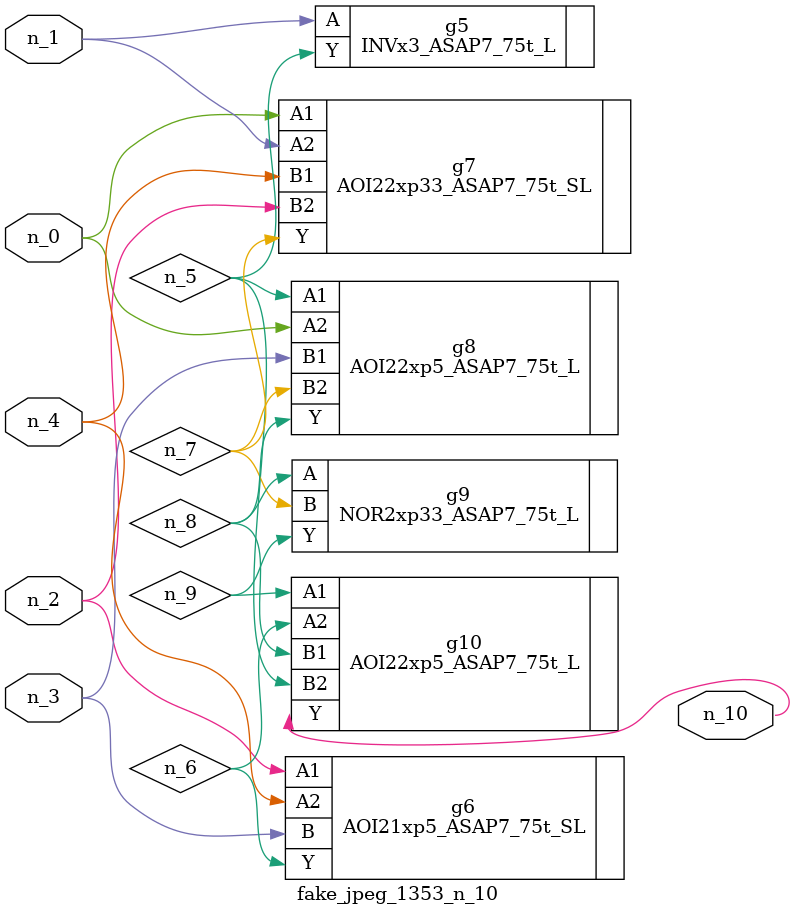
<source format=v>
module fake_jpeg_1353_n_10 (n_3, n_2, n_1, n_0, n_4, n_10);

input n_3;
input n_2;
input n_1;
input n_0;
input n_4;

output n_10;

wire n_8;
wire n_9;
wire n_6;
wire n_5;
wire n_7;

INVx3_ASAP7_75t_L g5 ( 
.A(n_1),
.Y(n_5)
);

AOI21xp5_ASAP7_75t_SL g6 ( 
.A1(n_2),
.A2(n_4),
.B(n_3),
.Y(n_6)
);

AOI22xp33_ASAP7_75t_SL g7 ( 
.A1(n_0),
.A2(n_1),
.B1(n_4),
.B2(n_2),
.Y(n_7)
);

AOI22xp5_ASAP7_75t_L g8 ( 
.A1(n_5),
.A2(n_0),
.B1(n_3),
.B2(n_7),
.Y(n_8)
);

NOR2xp33_ASAP7_75t_L g9 ( 
.A(n_8),
.B(n_7),
.Y(n_9)
);

AOI22xp5_ASAP7_75t_L g10 ( 
.A1(n_9),
.A2(n_6),
.B1(n_8),
.B2(n_5),
.Y(n_10)
);


endmodule
</source>
